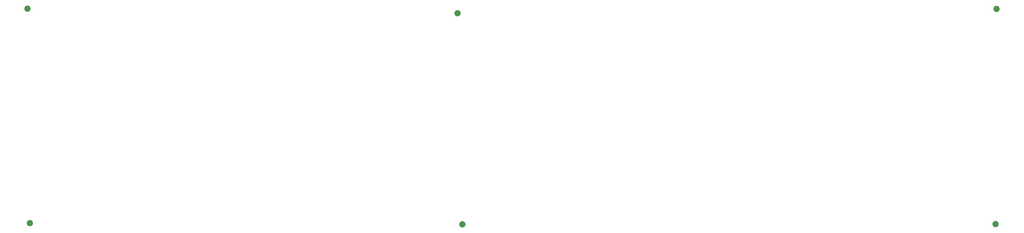
<source format=gbr>
%TF.GenerationSoftware,KiCad,Pcbnew,7.0.1*%
%TF.CreationDate,2023-07-11T18:08:57-07:00*%
%TF.ProjectId,switchplate,73776974-6368-4706-9c61-74652e6b6963,rev?*%
%TF.SameCoordinates,Original*%
%TF.FileFunction,Soldermask,Top*%
%TF.FilePolarity,Negative*%
%FSLAX46Y46*%
G04 Gerber Fmt 4.6, Leading zero omitted, Abs format (unit mm)*
G04 Created by KiCad (PCBNEW 7.0.1) date 2023-07-11 18:08:57*
%MOMM*%
%LPD*%
G01*
G04 APERTURE LIST*
%ADD10C,2.200000*%
G04 APERTURE END LIST*
D10*
%TO.C,REF\u002A\u002A*%
X121770001Y-134870001D03*
%TD*%
%TO.C,REF\u002A\u002A*%
X309450001Y-59070001D03*
%TD*%
%TO.C,REF\u002A\u002A*%
X-30219999Y-134460001D03*
%TD*%
%TO.C,REF\u002A\u002A*%
X309120001Y-134820001D03*
%TD*%
%TO.C,REF\u002A\u002A*%
X120102501Y-60650001D03*
%TD*%
%TO.C,REF\u002A\u002A*%
X-31029999Y-58980001D03*
%TD*%
M02*

</source>
